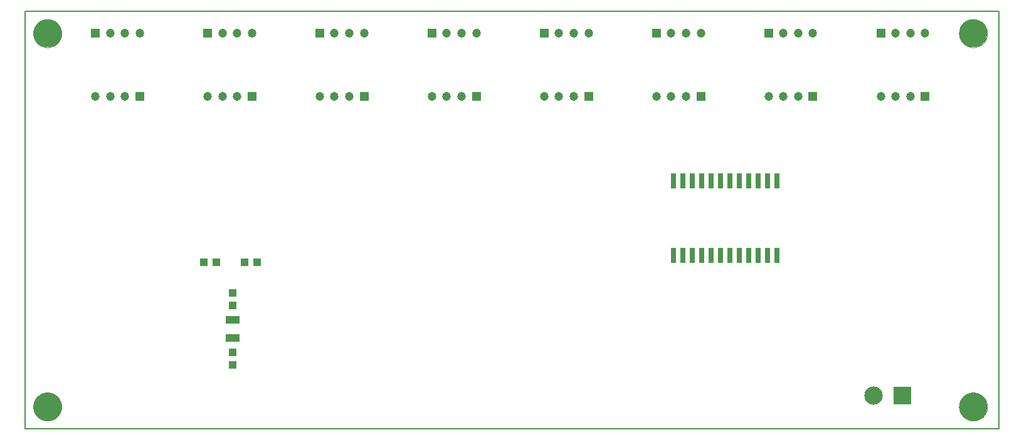
<source format=gbs>
G75*
%MOIN*%
%OFA0B0*%
%FSLAX25Y25*%
%IPPOS*%
%LPD*%
%AMOC8*
5,1,8,0,0,1.08239X$1,22.5*
%
%ADD10C,0.00787*%
%ADD11C,0.00000*%
%ADD12C,0.14961*%
%ADD13R,0.04331X0.03937*%
%ADD14R,0.02600X0.08000*%
%ADD15C,0.04724*%
%ADD16R,0.04724X0.04724*%
%ADD17C,0.09744*%
%ADD18R,0.09744X0.09744*%
%ADD19R,0.07480X0.04331*%
%ADD20R,0.03937X0.04331*%
D10*
X0001394Y0002628D02*
X0001394Y0225069D01*
X0519110Y0225069D01*
X0519110Y0002628D01*
X0001394Y0002628D01*
D11*
X0005725Y0014439D02*
X0005727Y0014623D01*
X0005734Y0014806D01*
X0005745Y0014989D01*
X0005761Y0015172D01*
X0005781Y0015355D01*
X0005806Y0015537D01*
X0005835Y0015718D01*
X0005869Y0015898D01*
X0005907Y0016078D01*
X0005949Y0016256D01*
X0005996Y0016434D01*
X0006047Y0016610D01*
X0006103Y0016785D01*
X0006162Y0016959D01*
X0006226Y0017131D01*
X0006294Y0017301D01*
X0006367Y0017470D01*
X0006443Y0017637D01*
X0006524Y0017802D01*
X0006608Y0017965D01*
X0006697Y0018126D01*
X0006789Y0018284D01*
X0006885Y0018441D01*
X0006986Y0018595D01*
X0007089Y0018746D01*
X0007197Y0018895D01*
X0007308Y0019041D01*
X0007423Y0019184D01*
X0007541Y0019325D01*
X0007663Y0019462D01*
X0007788Y0019597D01*
X0007916Y0019728D01*
X0008047Y0019856D01*
X0008182Y0019981D01*
X0008319Y0020103D01*
X0008460Y0020221D01*
X0008603Y0020336D01*
X0008749Y0020447D01*
X0008898Y0020555D01*
X0009049Y0020658D01*
X0009203Y0020759D01*
X0009360Y0020855D01*
X0009518Y0020947D01*
X0009679Y0021036D01*
X0009842Y0021120D01*
X0010007Y0021201D01*
X0010174Y0021277D01*
X0010343Y0021350D01*
X0010513Y0021418D01*
X0010685Y0021482D01*
X0010859Y0021541D01*
X0011034Y0021597D01*
X0011210Y0021648D01*
X0011388Y0021695D01*
X0011566Y0021737D01*
X0011746Y0021775D01*
X0011926Y0021809D01*
X0012107Y0021838D01*
X0012289Y0021863D01*
X0012472Y0021883D01*
X0012655Y0021899D01*
X0012838Y0021910D01*
X0013021Y0021917D01*
X0013205Y0021919D01*
X0013389Y0021917D01*
X0013572Y0021910D01*
X0013755Y0021899D01*
X0013938Y0021883D01*
X0014121Y0021863D01*
X0014303Y0021838D01*
X0014484Y0021809D01*
X0014664Y0021775D01*
X0014844Y0021737D01*
X0015022Y0021695D01*
X0015200Y0021648D01*
X0015376Y0021597D01*
X0015551Y0021541D01*
X0015725Y0021482D01*
X0015897Y0021418D01*
X0016067Y0021350D01*
X0016236Y0021277D01*
X0016403Y0021201D01*
X0016568Y0021120D01*
X0016731Y0021036D01*
X0016892Y0020947D01*
X0017050Y0020855D01*
X0017207Y0020759D01*
X0017361Y0020658D01*
X0017512Y0020555D01*
X0017661Y0020447D01*
X0017807Y0020336D01*
X0017950Y0020221D01*
X0018091Y0020103D01*
X0018228Y0019981D01*
X0018363Y0019856D01*
X0018494Y0019728D01*
X0018622Y0019597D01*
X0018747Y0019462D01*
X0018869Y0019325D01*
X0018987Y0019184D01*
X0019102Y0019041D01*
X0019213Y0018895D01*
X0019321Y0018746D01*
X0019424Y0018595D01*
X0019525Y0018441D01*
X0019621Y0018284D01*
X0019713Y0018126D01*
X0019802Y0017965D01*
X0019886Y0017802D01*
X0019967Y0017637D01*
X0020043Y0017470D01*
X0020116Y0017301D01*
X0020184Y0017131D01*
X0020248Y0016959D01*
X0020307Y0016785D01*
X0020363Y0016610D01*
X0020414Y0016434D01*
X0020461Y0016256D01*
X0020503Y0016078D01*
X0020541Y0015898D01*
X0020575Y0015718D01*
X0020604Y0015537D01*
X0020629Y0015355D01*
X0020649Y0015172D01*
X0020665Y0014989D01*
X0020676Y0014806D01*
X0020683Y0014623D01*
X0020685Y0014439D01*
X0020683Y0014255D01*
X0020676Y0014072D01*
X0020665Y0013889D01*
X0020649Y0013706D01*
X0020629Y0013523D01*
X0020604Y0013341D01*
X0020575Y0013160D01*
X0020541Y0012980D01*
X0020503Y0012800D01*
X0020461Y0012622D01*
X0020414Y0012444D01*
X0020363Y0012268D01*
X0020307Y0012093D01*
X0020248Y0011919D01*
X0020184Y0011747D01*
X0020116Y0011577D01*
X0020043Y0011408D01*
X0019967Y0011241D01*
X0019886Y0011076D01*
X0019802Y0010913D01*
X0019713Y0010752D01*
X0019621Y0010594D01*
X0019525Y0010437D01*
X0019424Y0010283D01*
X0019321Y0010132D01*
X0019213Y0009983D01*
X0019102Y0009837D01*
X0018987Y0009694D01*
X0018869Y0009553D01*
X0018747Y0009416D01*
X0018622Y0009281D01*
X0018494Y0009150D01*
X0018363Y0009022D01*
X0018228Y0008897D01*
X0018091Y0008775D01*
X0017950Y0008657D01*
X0017807Y0008542D01*
X0017661Y0008431D01*
X0017512Y0008323D01*
X0017361Y0008220D01*
X0017207Y0008119D01*
X0017050Y0008023D01*
X0016892Y0007931D01*
X0016731Y0007842D01*
X0016568Y0007758D01*
X0016403Y0007677D01*
X0016236Y0007601D01*
X0016067Y0007528D01*
X0015897Y0007460D01*
X0015725Y0007396D01*
X0015551Y0007337D01*
X0015376Y0007281D01*
X0015200Y0007230D01*
X0015022Y0007183D01*
X0014844Y0007141D01*
X0014664Y0007103D01*
X0014484Y0007069D01*
X0014303Y0007040D01*
X0014121Y0007015D01*
X0013938Y0006995D01*
X0013755Y0006979D01*
X0013572Y0006968D01*
X0013389Y0006961D01*
X0013205Y0006959D01*
X0013021Y0006961D01*
X0012838Y0006968D01*
X0012655Y0006979D01*
X0012472Y0006995D01*
X0012289Y0007015D01*
X0012107Y0007040D01*
X0011926Y0007069D01*
X0011746Y0007103D01*
X0011566Y0007141D01*
X0011388Y0007183D01*
X0011210Y0007230D01*
X0011034Y0007281D01*
X0010859Y0007337D01*
X0010685Y0007396D01*
X0010513Y0007460D01*
X0010343Y0007528D01*
X0010174Y0007601D01*
X0010007Y0007677D01*
X0009842Y0007758D01*
X0009679Y0007842D01*
X0009518Y0007931D01*
X0009360Y0008023D01*
X0009203Y0008119D01*
X0009049Y0008220D01*
X0008898Y0008323D01*
X0008749Y0008431D01*
X0008603Y0008542D01*
X0008460Y0008657D01*
X0008319Y0008775D01*
X0008182Y0008897D01*
X0008047Y0009022D01*
X0007916Y0009150D01*
X0007788Y0009281D01*
X0007663Y0009416D01*
X0007541Y0009553D01*
X0007423Y0009694D01*
X0007308Y0009837D01*
X0007197Y0009983D01*
X0007089Y0010132D01*
X0006986Y0010283D01*
X0006885Y0010437D01*
X0006789Y0010594D01*
X0006697Y0010752D01*
X0006608Y0010913D01*
X0006524Y0011076D01*
X0006443Y0011241D01*
X0006367Y0011408D01*
X0006294Y0011577D01*
X0006226Y0011747D01*
X0006162Y0011919D01*
X0006103Y0012093D01*
X0006047Y0012268D01*
X0005996Y0012444D01*
X0005949Y0012622D01*
X0005907Y0012800D01*
X0005869Y0012980D01*
X0005835Y0013160D01*
X0005806Y0013341D01*
X0005781Y0013523D01*
X0005761Y0013706D01*
X0005745Y0013889D01*
X0005734Y0014072D01*
X0005727Y0014255D01*
X0005725Y0014439D01*
X0005725Y0213258D02*
X0005727Y0213442D01*
X0005734Y0213625D01*
X0005745Y0213808D01*
X0005761Y0213991D01*
X0005781Y0214174D01*
X0005806Y0214356D01*
X0005835Y0214537D01*
X0005869Y0214717D01*
X0005907Y0214897D01*
X0005949Y0215075D01*
X0005996Y0215253D01*
X0006047Y0215429D01*
X0006103Y0215604D01*
X0006162Y0215778D01*
X0006226Y0215950D01*
X0006294Y0216120D01*
X0006367Y0216289D01*
X0006443Y0216456D01*
X0006524Y0216621D01*
X0006608Y0216784D01*
X0006697Y0216945D01*
X0006789Y0217103D01*
X0006885Y0217260D01*
X0006986Y0217414D01*
X0007089Y0217565D01*
X0007197Y0217714D01*
X0007308Y0217860D01*
X0007423Y0218003D01*
X0007541Y0218144D01*
X0007663Y0218281D01*
X0007788Y0218416D01*
X0007916Y0218547D01*
X0008047Y0218675D01*
X0008182Y0218800D01*
X0008319Y0218922D01*
X0008460Y0219040D01*
X0008603Y0219155D01*
X0008749Y0219266D01*
X0008898Y0219374D01*
X0009049Y0219477D01*
X0009203Y0219578D01*
X0009360Y0219674D01*
X0009518Y0219766D01*
X0009679Y0219855D01*
X0009842Y0219939D01*
X0010007Y0220020D01*
X0010174Y0220096D01*
X0010343Y0220169D01*
X0010513Y0220237D01*
X0010685Y0220301D01*
X0010859Y0220360D01*
X0011034Y0220416D01*
X0011210Y0220467D01*
X0011388Y0220514D01*
X0011566Y0220556D01*
X0011746Y0220594D01*
X0011926Y0220628D01*
X0012107Y0220657D01*
X0012289Y0220682D01*
X0012472Y0220702D01*
X0012655Y0220718D01*
X0012838Y0220729D01*
X0013021Y0220736D01*
X0013205Y0220738D01*
X0013389Y0220736D01*
X0013572Y0220729D01*
X0013755Y0220718D01*
X0013938Y0220702D01*
X0014121Y0220682D01*
X0014303Y0220657D01*
X0014484Y0220628D01*
X0014664Y0220594D01*
X0014844Y0220556D01*
X0015022Y0220514D01*
X0015200Y0220467D01*
X0015376Y0220416D01*
X0015551Y0220360D01*
X0015725Y0220301D01*
X0015897Y0220237D01*
X0016067Y0220169D01*
X0016236Y0220096D01*
X0016403Y0220020D01*
X0016568Y0219939D01*
X0016731Y0219855D01*
X0016892Y0219766D01*
X0017050Y0219674D01*
X0017207Y0219578D01*
X0017361Y0219477D01*
X0017512Y0219374D01*
X0017661Y0219266D01*
X0017807Y0219155D01*
X0017950Y0219040D01*
X0018091Y0218922D01*
X0018228Y0218800D01*
X0018363Y0218675D01*
X0018494Y0218547D01*
X0018622Y0218416D01*
X0018747Y0218281D01*
X0018869Y0218144D01*
X0018987Y0218003D01*
X0019102Y0217860D01*
X0019213Y0217714D01*
X0019321Y0217565D01*
X0019424Y0217414D01*
X0019525Y0217260D01*
X0019621Y0217103D01*
X0019713Y0216945D01*
X0019802Y0216784D01*
X0019886Y0216621D01*
X0019967Y0216456D01*
X0020043Y0216289D01*
X0020116Y0216120D01*
X0020184Y0215950D01*
X0020248Y0215778D01*
X0020307Y0215604D01*
X0020363Y0215429D01*
X0020414Y0215253D01*
X0020461Y0215075D01*
X0020503Y0214897D01*
X0020541Y0214717D01*
X0020575Y0214537D01*
X0020604Y0214356D01*
X0020629Y0214174D01*
X0020649Y0213991D01*
X0020665Y0213808D01*
X0020676Y0213625D01*
X0020683Y0213442D01*
X0020685Y0213258D01*
X0020683Y0213074D01*
X0020676Y0212891D01*
X0020665Y0212708D01*
X0020649Y0212525D01*
X0020629Y0212342D01*
X0020604Y0212160D01*
X0020575Y0211979D01*
X0020541Y0211799D01*
X0020503Y0211619D01*
X0020461Y0211441D01*
X0020414Y0211263D01*
X0020363Y0211087D01*
X0020307Y0210912D01*
X0020248Y0210738D01*
X0020184Y0210566D01*
X0020116Y0210396D01*
X0020043Y0210227D01*
X0019967Y0210060D01*
X0019886Y0209895D01*
X0019802Y0209732D01*
X0019713Y0209571D01*
X0019621Y0209413D01*
X0019525Y0209256D01*
X0019424Y0209102D01*
X0019321Y0208951D01*
X0019213Y0208802D01*
X0019102Y0208656D01*
X0018987Y0208513D01*
X0018869Y0208372D01*
X0018747Y0208235D01*
X0018622Y0208100D01*
X0018494Y0207969D01*
X0018363Y0207841D01*
X0018228Y0207716D01*
X0018091Y0207594D01*
X0017950Y0207476D01*
X0017807Y0207361D01*
X0017661Y0207250D01*
X0017512Y0207142D01*
X0017361Y0207039D01*
X0017207Y0206938D01*
X0017050Y0206842D01*
X0016892Y0206750D01*
X0016731Y0206661D01*
X0016568Y0206577D01*
X0016403Y0206496D01*
X0016236Y0206420D01*
X0016067Y0206347D01*
X0015897Y0206279D01*
X0015725Y0206215D01*
X0015551Y0206156D01*
X0015376Y0206100D01*
X0015200Y0206049D01*
X0015022Y0206002D01*
X0014844Y0205960D01*
X0014664Y0205922D01*
X0014484Y0205888D01*
X0014303Y0205859D01*
X0014121Y0205834D01*
X0013938Y0205814D01*
X0013755Y0205798D01*
X0013572Y0205787D01*
X0013389Y0205780D01*
X0013205Y0205778D01*
X0013021Y0205780D01*
X0012838Y0205787D01*
X0012655Y0205798D01*
X0012472Y0205814D01*
X0012289Y0205834D01*
X0012107Y0205859D01*
X0011926Y0205888D01*
X0011746Y0205922D01*
X0011566Y0205960D01*
X0011388Y0206002D01*
X0011210Y0206049D01*
X0011034Y0206100D01*
X0010859Y0206156D01*
X0010685Y0206215D01*
X0010513Y0206279D01*
X0010343Y0206347D01*
X0010174Y0206420D01*
X0010007Y0206496D01*
X0009842Y0206577D01*
X0009679Y0206661D01*
X0009518Y0206750D01*
X0009360Y0206842D01*
X0009203Y0206938D01*
X0009049Y0207039D01*
X0008898Y0207142D01*
X0008749Y0207250D01*
X0008603Y0207361D01*
X0008460Y0207476D01*
X0008319Y0207594D01*
X0008182Y0207716D01*
X0008047Y0207841D01*
X0007916Y0207969D01*
X0007788Y0208100D01*
X0007663Y0208235D01*
X0007541Y0208372D01*
X0007423Y0208513D01*
X0007308Y0208656D01*
X0007197Y0208802D01*
X0007089Y0208951D01*
X0006986Y0209102D01*
X0006885Y0209256D01*
X0006789Y0209413D01*
X0006697Y0209571D01*
X0006608Y0209732D01*
X0006524Y0209895D01*
X0006443Y0210060D01*
X0006367Y0210227D01*
X0006294Y0210396D01*
X0006226Y0210566D01*
X0006162Y0210738D01*
X0006103Y0210912D01*
X0006047Y0211087D01*
X0005996Y0211263D01*
X0005949Y0211441D01*
X0005907Y0211619D01*
X0005869Y0211799D01*
X0005835Y0211979D01*
X0005806Y0212160D01*
X0005781Y0212342D01*
X0005761Y0212525D01*
X0005745Y0212708D01*
X0005734Y0212891D01*
X0005727Y0213074D01*
X0005725Y0213258D01*
X0497851Y0213258D02*
X0497853Y0213442D01*
X0497860Y0213625D01*
X0497871Y0213808D01*
X0497887Y0213991D01*
X0497907Y0214174D01*
X0497932Y0214356D01*
X0497961Y0214537D01*
X0497995Y0214717D01*
X0498033Y0214897D01*
X0498075Y0215075D01*
X0498122Y0215253D01*
X0498173Y0215429D01*
X0498229Y0215604D01*
X0498288Y0215778D01*
X0498352Y0215950D01*
X0498420Y0216120D01*
X0498493Y0216289D01*
X0498569Y0216456D01*
X0498650Y0216621D01*
X0498734Y0216784D01*
X0498823Y0216945D01*
X0498915Y0217103D01*
X0499011Y0217260D01*
X0499112Y0217414D01*
X0499215Y0217565D01*
X0499323Y0217714D01*
X0499434Y0217860D01*
X0499549Y0218003D01*
X0499667Y0218144D01*
X0499789Y0218281D01*
X0499914Y0218416D01*
X0500042Y0218547D01*
X0500173Y0218675D01*
X0500308Y0218800D01*
X0500445Y0218922D01*
X0500586Y0219040D01*
X0500729Y0219155D01*
X0500875Y0219266D01*
X0501024Y0219374D01*
X0501175Y0219477D01*
X0501329Y0219578D01*
X0501486Y0219674D01*
X0501644Y0219766D01*
X0501805Y0219855D01*
X0501968Y0219939D01*
X0502133Y0220020D01*
X0502300Y0220096D01*
X0502469Y0220169D01*
X0502639Y0220237D01*
X0502811Y0220301D01*
X0502985Y0220360D01*
X0503160Y0220416D01*
X0503336Y0220467D01*
X0503514Y0220514D01*
X0503692Y0220556D01*
X0503872Y0220594D01*
X0504052Y0220628D01*
X0504233Y0220657D01*
X0504415Y0220682D01*
X0504598Y0220702D01*
X0504781Y0220718D01*
X0504964Y0220729D01*
X0505147Y0220736D01*
X0505331Y0220738D01*
X0505515Y0220736D01*
X0505698Y0220729D01*
X0505881Y0220718D01*
X0506064Y0220702D01*
X0506247Y0220682D01*
X0506429Y0220657D01*
X0506610Y0220628D01*
X0506790Y0220594D01*
X0506970Y0220556D01*
X0507148Y0220514D01*
X0507326Y0220467D01*
X0507502Y0220416D01*
X0507677Y0220360D01*
X0507851Y0220301D01*
X0508023Y0220237D01*
X0508193Y0220169D01*
X0508362Y0220096D01*
X0508529Y0220020D01*
X0508694Y0219939D01*
X0508857Y0219855D01*
X0509018Y0219766D01*
X0509176Y0219674D01*
X0509333Y0219578D01*
X0509487Y0219477D01*
X0509638Y0219374D01*
X0509787Y0219266D01*
X0509933Y0219155D01*
X0510076Y0219040D01*
X0510217Y0218922D01*
X0510354Y0218800D01*
X0510489Y0218675D01*
X0510620Y0218547D01*
X0510748Y0218416D01*
X0510873Y0218281D01*
X0510995Y0218144D01*
X0511113Y0218003D01*
X0511228Y0217860D01*
X0511339Y0217714D01*
X0511447Y0217565D01*
X0511550Y0217414D01*
X0511651Y0217260D01*
X0511747Y0217103D01*
X0511839Y0216945D01*
X0511928Y0216784D01*
X0512012Y0216621D01*
X0512093Y0216456D01*
X0512169Y0216289D01*
X0512242Y0216120D01*
X0512310Y0215950D01*
X0512374Y0215778D01*
X0512433Y0215604D01*
X0512489Y0215429D01*
X0512540Y0215253D01*
X0512587Y0215075D01*
X0512629Y0214897D01*
X0512667Y0214717D01*
X0512701Y0214537D01*
X0512730Y0214356D01*
X0512755Y0214174D01*
X0512775Y0213991D01*
X0512791Y0213808D01*
X0512802Y0213625D01*
X0512809Y0213442D01*
X0512811Y0213258D01*
X0512809Y0213074D01*
X0512802Y0212891D01*
X0512791Y0212708D01*
X0512775Y0212525D01*
X0512755Y0212342D01*
X0512730Y0212160D01*
X0512701Y0211979D01*
X0512667Y0211799D01*
X0512629Y0211619D01*
X0512587Y0211441D01*
X0512540Y0211263D01*
X0512489Y0211087D01*
X0512433Y0210912D01*
X0512374Y0210738D01*
X0512310Y0210566D01*
X0512242Y0210396D01*
X0512169Y0210227D01*
X0512093Y0210060D01*
X0512012Y0209895D01*
X0511928Y0209732D01*
X0511839Y0209571D01*
X0511747Y0209413D01*
X0511651Y0209256D01*
X0511550Y0209102D01*
X0511447Y0208951D01*
X0511339Y0208802D01*
X0511228Y0208656D01*
X0511113Y0208513D01*
X0510995Y0208372D01*
X0510873Y0208235D01*
X0510748Y0208100D01*
X0510620Y0207969D01*
X0510489Y0207841D01*
X0510354Y0207716D01*
X0510217Y0207594D01*
X0510076Y0207476D01*
X0509933Y0207361D01*
X0509787Y0207250D01*
X0509638Y0207142D01*
X0509487Y0207039D01*
X0509333Y0206938D01*
X0509176Y0206842D01*
X0509018Y0206750D01*
X0508857Y0206661D01*
X0508694Y0206577D01*
X0508529Y0206496D01*
X0508362Y0206420D01*
X0508193Y0206347D01*
X0508023Y0206279D01*
X0507851Y0206215D01*
X0507677Y0206156D01*
X0507502Y0206100D01*
X0507326Y0206049D01*
X0507148Y0206002D01*
X0506970Y0205960D01*
X0506790Y0205922D01*
X0506610Y0205888D01*
X0506429Y0205859D01*
X0506247Y0205834D01*
X0506064Y0205814D01*
X0505881Y0205798D01*
X0505698Y0205787D01*
X0505515Y0205780D01*
X0505331Y0205778D01*
X0505147Y0205780D01*
X0504964Y0205787D01*
X0504781Y0205798D01*
X0504598Y0205814D01*
X0504415Y0205834D01*
X0504233Y0205859D01*
X0504052Y0205888D01*
X0503872Y0205922D01*
X0503692Y0205960D01*
X0503514Y0206002D01*
X0503336Y0206049D01*
X0503160Y0206100D01*
X0502985Y0206156D01*
X0502811Y0206215D01*
X0502639Y0206279D01*
X0502469Y0206347D01*
X0502300Y0206420D01*
X0502133Y0206496D01*
X0501968Y0206577D01*
X0501805Y0206661D01*
X0501644Y0206750D01*
X0501486Y0206842D01*
X0501329Y0206938D01*
X0501175Y0207039D01*
X0501024Y0207142D01*
X0500875Y0207250D01*
X0500729Y0207361D01*
X0500586Y0207476D01*
X0500445Y0207594D01*
X0500308Y0207716D01*
X0500173Y0207841D01*
X0500042Y0207969D01*
X0499914Y0208100D01*
X0499789Y0208235D01*
X0499667Y0208372D01*
X0499549Y0208513D01*
X0499434Y0208656D01*
X0499323Y0208802D01*
X0499215Y0208951D01*
X0499112Y0209102D01*
X0499011Y0209256D01*
X0498915Y0209413D01*
X0498823Y0209571D01*
X0498734Y0209732D01*
X0498650Y0209895D01*
X0498569Y0210060D01*
X0498493Y0210227D01*
X0498420Y0210396D01*
X0498352Y0210566D01*
X0498288Y0210738D01*
X0498229Y0210912D01*
X0498173Y0211087D01*
X0498122Y0211263D01*
X0498075Y0211441D01*
X0498033Y0211619D01*
X0497995Y0211799D01*
X0497961Y0211979D01*
X0497932Y0212160D01*
X0497907Y0212342D01*
X0497887Y0212525D01*
X0497871Y0212708D01*
X0497860Y0212891D01*
X0497853Y0213074D01*
X0497851Y0213258D01*
X0497851Y0014439D02*
X0497853Y0014623D01*
X0497860Y0014806D01*
X0497871Y0014989D01*
X0497887Y0015172D01*
X0497907Y0015355D01*
X0497932Y0015537D01*
X0497961Y0015718D01*
X0497995Y0015898D01*
X0498033Y0016078D01*
X0498075Y0016256D01*
X0498122Y0016434D01*
X0498173Y0016610D01*
X0498229Y0016785D01*
X0498288Y0016959D01*
X0498352Y0017131D01*
X0498420Y0017301D01*
X0498493Y0017470D01*
X0498569Y0017637D01*
X0498650Y0017802D01*
X0498734Y0017965D01*
X0498823Y0018126D01*
X0498915Y0018284D01*
X0499011Y0018441D01*
X0499112Y0018595D01*
X0499215Y0018746D01*
X0499323Y0018895D01*
X0499434Y0019041D01*
X0499549Y0019184D01*
X0499667Y0019325D01*
X0499789Y0019462D01*
X0499914Y0019597D01*
X0500042Y0019728D01*
X0500173Y0019856D01*
X0500308Y0019981D01*
X0500445Y0020103D01*
X0500586Y0020221D01*
X0500729Y0020336D01*
X0500875Y0020447D01*
X0501024Y0020555D01*
X0501175Y0020658D01*
X0501329Y0020759D01*
X0501486Y0020855D01*
X0501644Y0020947D01*
X0501805Y0021036D01*
X0501968Y0021120D01*
X0502133Y0021201D01*
X0502300Y0021277D01*
X0502469Y0021350D01*
X0502639Y0021418D01*
X0502811Y0021482D01*
X0502985Y0021541D01*
X0503160Y0021597D01*
X0503336Y0021648D01*
X0503514Y0021695D01*
X0503692Y0021737D01*
X0503872Y0021775D01*
X0504052Y0021809D01*
X0504233Y0021838D01*
X0504415Y0021863D01*
X0504598Y0021883D01*
X0504781Y0021899D01*
X0504964Y0021910D01*
X0505147Y0021917D01*
X0505331Y0021919D01*
X0505515Y0021917D01*
X0505698Y0021910D01*
X0505881Y0021899D01*
X0506064Y0021883D01*
X0506247Y0021863D01*
X0506429Y0021838D01*
X0506610Y0021809D01*
X0506790Y0021775D01*
X0506970Y0021737D01*
X0507148Y0021695D01*
X0507326Y0021648D01*
X0507502Y0021597D01*
X0507677Y0021541D01*
X0507851Y0021482D01*
X0508023Y0021418D01*
X0508193Y0021350D01*
X0508362Y0021277D01*
X0508529Y0021201D01*
X0508694Y0021120D01*
X0508857Y0021036D01*
X0509018Y0020947D01*
X0509176Y0020855D01*
X0509333Y0020759D01*
X0509487Y0020658D01*
X0509638Y0020555D01*
X0509787Y0020447D01*
X0509933Y0020336D01*
X0510076Y0020221D01*
X0510217Y0020103D01*
X0510354Y0019981D01*
X0510489Y0019856D01*
X0510620Y0019728D01*
X0510748Y0019597D01*
X0510873Y0019462D01*
X0510995Y0019325D01*
X0511113Y0019184D01*
X0511228Y0019041D01*
X0511339Y0018895D01*
X0511447Y0018746D01*
X0511550Y0018595D01*
X0511651Y0018441D01*
X0511747Y0018284D01*
X0511839Y0018126D01*
X0511928Y0017965D01*
X0512012Y0017802D01*
X0512093Y0017637D01*
X0512169Y0017470D01*
X0512242Y0017301D01*
X0512310Y0017131D01*
X0512374Y0016959D01*
X0512433Y0016785D01*
X0512489Y0016610D01*
X0512540Y0016434D01*
X0512587Y0016256D01*
X0512629Y0016078D01*
X0512667Y0015898D01*
X0512701Y0015718D01*
X0512730Y0015537D01*
X0512755Y0015355D01*
X0512775Y0015172D01*
X0512791Y0014989D01*
X0512802Y0014806D01*
X0512809Y0014623D01*
X0512811Y0014439D01*
X0512809Y0014255D01*
X0512802Y0014072D01*
X0512791Y0013889D01*
X0512775Y0013706D01*
X0512755Y0013523D01*
X0512730Y0013341D01*
X0512701Y0013160D01*
X0512667Y0012980D01*
X0512629Y0012800D01*
X0512587Y0012622D01*
X0512540Y0012444D01*
X0512489Y0012268D01*
X0512433Y0012093D01*
X0512374Y0011919D01*
X0512310Y0011747D01*
X0512242Y0011577D01*
X0512169Y0011408D01*
X0512093Y0011241D01*
X0512012Y0011076D01*
X0511928Y0010913D01*
X0511839Y0010752D01*
X0511747Y0010594D01*
X0511651Y0010437D01*
X0511550Y0010283D01*
X0511447Y0010132D01*
X0511339Y0009983D01*
X0511228Y0009837D01*
X0511113Y0009694D01*
X0510995Y0009553D01*
X0510873Y0009416D01*
X0510748Y0009281D01*
X0510620Y0009150D01*
X0510489Y0009022D01*
X0510354Y0008897D01*
X0510217Y0008775D01*
X0510076Y0008657D01*
X0509933Y0008542D01*
X0509787Y0008431D01*
X0509638Y0008323D01*
X0509487Y0008220D01*
X0509333Y0008119D01*
X0509176Y0008023D01*
X0509018Y0007931D01*
X0508857Y0007842D01*
X0508694Y0007758D01*
X0508529Y0007677D01*
X0508362Y0007601D01*
X0508193Y0007528D01*
X0508023Y0007460D01*
X0507851Y0007396D01*
X0507677Y0007337D01*
X0507502Y0007281D01*
X0507326Y0007230D01*
X0507148Y0007183D01*
X0506970Y0007141D01*
X0506790Y0007103D01*
X0506610Y0007069D01*
X0506429Y0007040D01*
X0506247Y0007015D01*
X0506064Y0006995D01*
X0505881Y0006979D01*
X0505698Y0006968D01*
X0505515Y0006961D01*
X0505331Y0006959D01*
X0505147Y0006961D01*
X0504964Y0006968D01*
X0504781Y0006979D01*
X0504598Y0006995D01*
X0504415Y0007015D01*
X0504233Y0007040D01*
X0504052Y0007069D01*
X0503872Y0007103D01*
X0503692Y0007141D01*
X0503514Y0007183D01*
X0503336Y0007230D01*
X0503160Y0007281D01*
X0502985Y0007337D01*
X0502811Y0007396D01*
X0502639Y0007460D01*
X0502469Y0007528D01*
X0502300Y0007601D01*
X0502133Y0007677D01*
X0501968Y0007758D01*
X0501805Y0007842D01*
X0501644Y0007931D01*
X0501486Y0008023D01*
X0501329Y0008119D01*
X0501175Y0008220D01*
X0501024Y0008323D01*
X0500875Y0008431D01*
X0500729Y0008542D01*
X0500586Y0008657D01*
X0500445Y0008775D01*
X0500308Y0008897D01*
X0500173Y0009022D01*
X0500042Y0009150D01*
X0499914Y0009281D01*
X0499789Y0009416D01*
X0499667Y0009553D01*
X0499549Y0009694D01*
X0499434Y0009837D01*
X0499323Y0009983D01*
X0499215Y0010132D01*
X0499112Y0010283D01*
X0499011Y0010437D01*
X0498915Y0010594D01*
X0498823Y0010752D01*
X0498734Y0010913D01*
X0498650Y0011076D01*
X0498569Y0011241D01*
X0498493Y0011408D01*
X0498420Y0011577D01*
X0498352Y0011747D01*
X0498288Y0011919D01*
X0498229Y0012093D01*
X0498173Y0012268D01*
X0498122Y0012444D01*
X0498075Y0012622D01*
X0498033Y0012800D01*
X0497995Y0012980D01*
X0497961Y0013160D01*
X0497932Y0013341D01*
X0497907Y0013523D01*
X0497887Y0013706D01*
X0497871Y0013889D01*
X0497860Y0014072D01*
X0497853Y0014255D01*
X0497851Y0014439D01*
D12*
X0505331Y0014439D03*
X0505331Y0213258D03*
X0013205Y0213258D03*
X0013205Y0014439D03*
D13*
X0096472Y0091211D03*
X0103165Y0091211D03*
X0118126Y0091211D03*
X0124819Y0091211D03*
D14*
X0345941Y0095033D03*
X0350941Y0095033D03*
X0355941Y0095033D03*
X0360941Y0095033D03*
X0365941Y0095033D03*
X0370941Y0095033D03*
X0375941Y0095033D03*
X0380941Y0095033D03*
X0385941Y0095033D03*
X0390941Y0095033D03*
X0395941Y0095033D03*
X0400941Y0095033D03*
X0400941Y0134633D03*
X0395941Y0134633D03*
X0390941Y0134633D03*
X0385941Y0134633D03*
X0380941Y0134633D03*
X0375941Y0134633D03*
X0370941Y0134633D03*
X0365941Y0134633D03*
X0360941Y0134633D03*
X0355941Y0134633D03*
X0350941Y0134633D03*
X0345941Y0134633D03*
D15*
X0344799Y0179793D03*
X0352673Y0179793D03*
X0336925Y0179793D03*
X0293028Y0179793D03*
X0285154Y0179793D03*
X0277280Y0179793D03*
X0233382Y0179793D03*
X0225508Y0179793D03*
X0217634Y0179793D03*
X0173736Y0179793D03*
X0165862Y0179793D03*
X0157988Y0179793D03*
X0114091Y0179793D03*
X0106217Y0179793D03*
X0098343Y0179793D03*
X0054445Y0179793D03*
X0046571Y0179793D03*
X0038697Y0179793D03*
X0046571Y0213258D03*
X0054445Y0213258D03*
X0062319Y0213258D03*
X0106217Y0213258D03*
X0114091Y0213258D03*
X0121965Y0213258D03*
X0165862Y0213258D03*
X0173736Y0213258D03*
X0181610Y0213258D03*
X0225508Y0213258D03*
X0233382Y0213258D03*
X0241256Y0213258D03*
X0285154Y0213258D03*
X0293028Y0213258D03*
X0300902Y0213258D03*
X0344799Y0213258D03*
X0352673Y0213258D03*
X0360547Y0213258D03*
X0404445Y0213258D03*
X0412319Y0213258D03*
X0420193Y0213258D03*
X0464091Y0213258D03*
X0471965Y0213258D03*
X0479839Y0213258D03*
X0471965Y0179793D03*
X0464091Y0179793D03*
X0456217Y0179793D03*
X0412319Y0179793D03*
X0404445Y0179793D03*
X0396571Y0179793D03*
D16*
X0420193Y0179793D03*
X0479839Y0179793D03*
X0456217Y0213258D03*
X0396571Y0213258D03*
X0336925Y0213258D03*
X0277280Y0213258D03*
X0217634Y0213258D03*
X0157988Y0213258D03*
X0098343Y0213258D03*
X0038697Y0213258D03*
X0062319Y0179793D03*
X0121965Y0179793D03*
X0181610Y0179793D03*
X0241256Y0179793D03*
X0300902Y0179793D03*
X0360547Y0179793D03*
D17*
X0452260Y0020344D03*
D18*
X0467850Y0020344D03*
D19*
X0111630Y0051053D03*
X0111630Y0060502D03*
D20*
X0111630Y0068179D03*
X0111630Y0074872D03*
X0111630Y0043376D03*
X0111630Y0036683D03*
M02*

</source>
